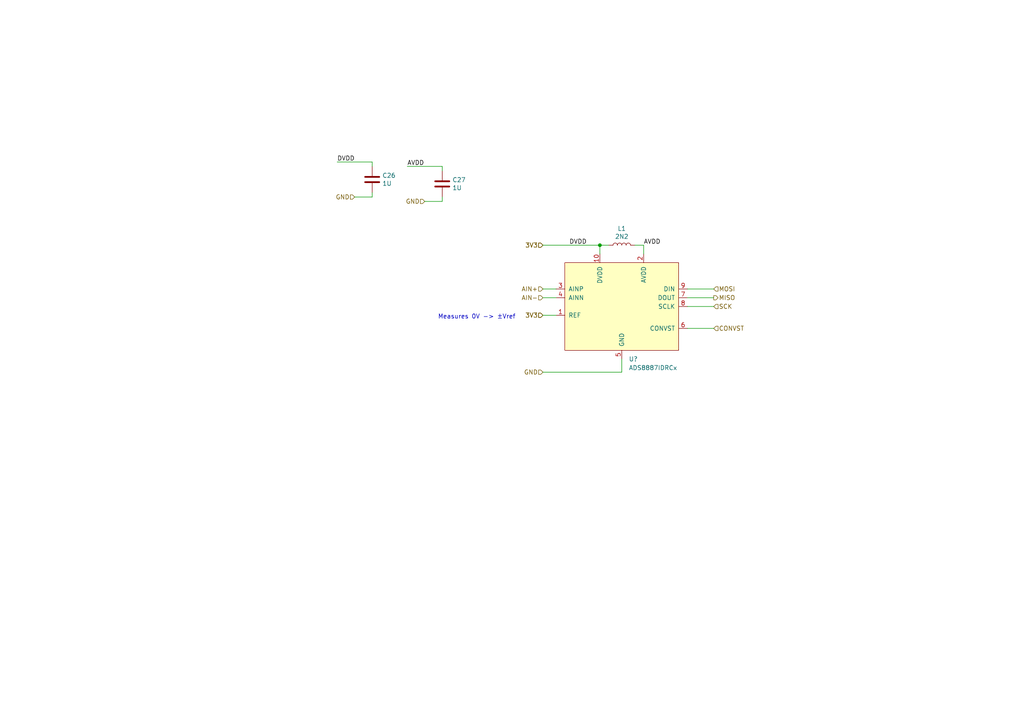
<source format=kicad_sch>
(kicad_sch (version 20211123) (generator eeschema)
  (paper "A4")
  (lib_symbols
    (symbol "Device:C" (pin_numbers hide) (pin_names (offset 0.254))
      (property "Reference" "C" (at 0.635 2.54 0))
      (property "Value" "C" (at 0.635 -2.54 0))
      (symbol "C_0_1"
        (polyline (pts (xy -2.032 -0.762) (xy 2.032 -0.762)) (stroke (width 0.508)))
        (polyline (pts (xy -2.032 0.762) (xy 2.032 0.762)) (stroke (width 0.508)))
      )
      (symbol "C_1_1"
        (pin passive line (at 0 3.81 270) (length 2.794) (name "~") (number "1"))
        (pin passive line (at 0 -3.81 90) (length 2.794) (name "~") (number "2"))
      )
    )
    (symbol "Device:L" (pin_numbers hide) (pin_names (offset 1.016) hide)
      (property "Reference" "L" (at -1.27 0 90))
      (property "Value" "L" (at 1.905 0 90))
      (symbol "L_0_1"
        (arc (start 0 -2.54) (mid 0.635 -1.905) (end 0 -1.27))
        (arc (start 0 -1.27) (mid 0.635 -0.635) (end 0 0))
        (arc (start 0 0) (mid 0.635 0.635) (end 0 1.27))
        (arc (start 0 1.27) (mid 0.635 1.905) (end 0 2.54))
      )
      (symbol "L_1_1"
        (pin passive line (at 0 3.81 270) (length 1.27) (name "1") (number "1"))
        (pin passive line (at 0 -3.81 90) (length 1.27) (name "2") (number "2"))
      )
    )
    (symbol "william_adc:ADS8887IDRCx" (pin_names (offset 1.016))
      (property "Reference" "U" (at -6.35 0 0))
      (property "Value" "ADS8887IDRCx" (at 0 -2.54 0))
      (symbol "ADS8887IDRCx_1_1"
        (rectangle (start -16.51 11.43) (end 16.51 -13.97) (fill (type background)))
        (pin input line (at -19.05 -3.81 0) (length 2.54) (name "REF") (number "1"))
        (pin power_in line (at -6.35 13.97 270) (length 2.54) (name "DVDD") (number "10"))
        (pin passive line (at 0 -16.51 90) (length 2.54) hide (name "THERMAL") (number "11"))
        (pin input line (at 6.35 13.97 270) (length 2.54) (name "AVDD") (number "2"))
        (pin input line (at -19.05 3.81 0) (length 2.54) (name "AINP") (number "3"))
        (pin input line (at -19.05 1.27 0) (length 2.54) (name "AINN") (number "4"))
        (pin power_in line (at 0 -16.51 90) (length 2.54) (name "GND") (number "5"))
        (pin input line (at 19.05 -7.62 180) (length 2.54) (name "CONVST") (number "6"))
        (pin output line (at 19.05 1.27 180) (length 2.54) (name "DOUT") (number "7"))
        (pin input line (at 19.05 -1.27 180) (length 2.54) (name "SCLK") (number "8"))
        (pin input line (at 19.05 3.81 180) (length 2.54) (name "DIN") (number "9"))
      )
    )
  )
  (junction (at 173.99 71.12))
  (wire (pts (xy 118.11 48.26) (xy 128.27 48.26)))
  (wire (pts (xy 107.95 46.99) (xy 107.95 48.26)))
  (wire (pts (xy 107.95 57.15) (xy 102.87 57.15)))
  (wire (pts (xy 173.99 71.12) (xy 173.99 73.66)))
  (wire (pts (xy 157.48 83.82) (xy 161.29 83.82)))
  (wire (pts (xy 176.53 71.12) (xy 173.99 71.12)))
  (wire (pts (xy 157.48 71.12) (xy 173.99 71.12)))
  (wire (pts (xy 186.69 71.12) (xy 186.69 73.66)))
  (wire (pts (xy 157.48 91.44) (xy 161.29 91.44)))
  (wire (pts (xy 207.01 88.9) (xy 199.39 88.9)))
  (wire (pts (xy 128.27 48.26) (xy 128.27 49.53)))
  (wire (pts (xy 157.48 86.36) (xy 161.29 86.36)))
  (wire (pts (xy 128.27 58.42) (xy 123.19 58.42)))
  (wire (pts (xy 128.27 57.15) (xy 128.27 58.42)))
  (wire (pts (xy 207.01 95.25) (xy 199.39 95.25)))
  (wire (pts (xy 184.15 71.12) (xy 186.69 71.12)))
  (wire (pts (xy 157.48 107.95) (xy 180.34 107.95)))
  (wire (pts (xy 207.01 86.36) (xy 199.39 86.36)))
  (wire (pts (xy 207.01 83.82) (xy 199.39 83.82)))
  (wire (pts (xy 97.79 46.99) (xy 107.95 46.99)))
  (wire (pts (xy 180.34 107.95) (xy 180.34 104.14)))
  (wire (pts (xy 107.95 55.88) (xy 107.95 57.15)))
  (text "Measures 0V -> ±Vref" (at 127 92.71 0) (effects (font (size 1.27 1.27)) (justify left bottom)))
  (label "DVDD" (at 97.79 46.99 0))
  (label "DVDD" (at 165.1 71.12 0))
  (label "AVDD" (at 118.11 48.26 0))
  (label "AVDD" (at 186.69 71.12 0))
  (hierarchical_label "3V3" (shape input) (at 157.48 71.12 180))
  (hierarchical_label "SCK" (shape input) (at 207.01 88.9 0))
  (hierarchical_label "CONVST" (shape input) (at 207.01 95.25 0))
  (hierarchical_label "3V3" (shape input) (at 157.48 91.44 180))
  (hierarchical_label "3V3" (shape input) (at 157.48 91.44 180))
  (hierarchical_label "GND" (shape input) (at 157.48 107.95 180))
  (hierarchical_label "3V3" (shape input) (at 157.48 71.12 180))
  (hierarchical_label "GND" (shape input) (at 123.19 58.42 180))
  (hierarchical_label "MOSI" (shape input) (at 207.01 83.82 0))
  (hierarchical_label "AIN-" (shape input) (at 157.48 86.36 180))
  (hierarchical_label "GND" (shape input) (at 102.87 57.15 180))
  (hierarchical_label "AIN+" (shape input) (at 157.48 83.82 180))
  (hierarchical_label "MISO" (shape output) (at 207.01 86.36 0))
  (symbol (lib_id "Device:L") (at 180.34 71.12 90) (unit 1)
    (property "Reference" "L1" (at 180.34 66.294 90))
    (property "Value" "2N2" (at 180.34 68.6054 90))
    (property "Footprint" "Inductor_SMD:L_0603_1608Metric" (effects hide))
  )
  (symbol (lib_id "Device:C") (at 107.95 52.07 0) (unit 1)
    (property "Reference" "C26" (at 110.871 50.9016 0) (effects (justify left)))
    (property "Value" "1U" (at 110.871 53.213 0) (effects (justify left)))
    (property "Footprint" "Capacitor_SMD:C_0603_1608Metric" (effects hide))
  )
  (symbol (lib_id "Device:C") (at 128.27 53.34 0) (unit 1)
    (property "Reference" "C27" (at 131.191 52.1716 0) (effects (justify left)))
    (property "Value" "1U" (at 131.191 54.483 0) (effects (justify left)))
    (property "Footprint" "Capacitor_SMD:C_0603_1608Metric" (effects hide))
  )
  (symbol (lib_id "william_adc:ADS8887IDRCx") (at 180.34 87.63 0) (unit 1)
    (property "Reference" "U?" (at 182.3594 104.14 0) (effects (justify left)))
    (property "Value" "ADS8887IDRCx" (at 182.3594 106.68 0) (effects (justify left)))
    (property "Datasheet" "http://www.ti.com/lit/ds/symlink/ads8887.pdf" (effects hide))
  )
)
</source>
